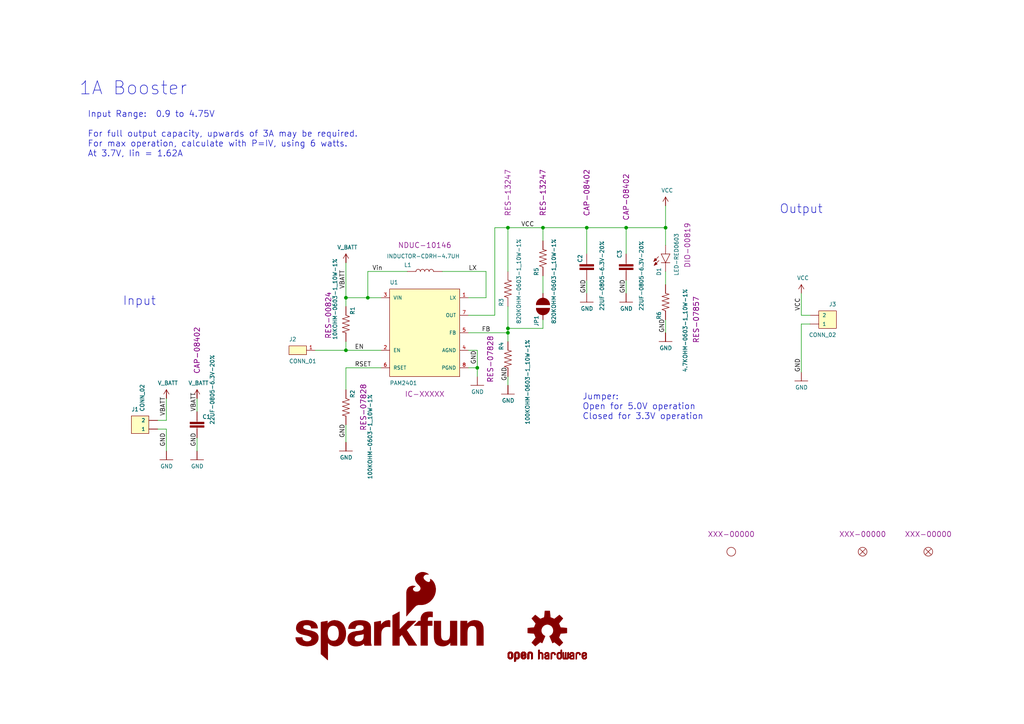
<source format=kicad_sch>
(kicad_sch (version 20230121) (generator eeschema)
  (paper "A4")
  (title_block (title "1A Booster") (date "2017-07-11") (rev "v01") (company "SparkFun Engineering") (comment 1 "Designed by: Marshall Taylor") (comment 2 "Released under the Creative Commons share-Alike 4.0"))
  (lib_symbols
    (symbol "100KOHM-0603-1_10W-1%_1" (pin_numbers hide) (pin_names (offset 1.016) hide)
      (property "Reference" "R" (at -5.08 1.27 0))
      (property "Value" "100KOHM-0603-1_10W-1%" (at -5.08 -3.81 0))
      (property "Field4" "RES-07828" (at 0 5.08 0))
      (symbol "100KOHM-0603-1_10W-1%_1_1_1"
        (pin passive line (at -5.08 0 0) (length 2.54) (name "1") (number "1"))
        (pin passive line (at 5.08 0 180) (length 2.54) (name "2") (number "2"))
      )
    )
    (symbol "100KOHM-0603-1_10W-1%_2" (pin_numbers hide) (pin_names (offset 1.016) hide)
      (property "Reference" "R" (at -5.08 1.27 0))
      (property "Value" "100KOHM-0603-1_10W-1%" (at -5.08 -3.81 0))
      (property "Field4" "RES-07828" (at 0 5.08 0))
      (symbol "100KOHM-0603-1_10W-1%_2_1_1"
        (pin passive line (at -5.08 0 0) (length 2.54) (name "1") (number "1"))
        (pin passive line (at 5.08 0 180) (length 2.54) (name "2") (number "2"))
      )
    )
    (symbol "100KOHM-0603-1_10W-1%_3" (pin_numbers hide) (pin_names (offset 1.016) hide)
      (property "Reference" "R" (at -5.08 1.27 0))
      (property "Value" "100KOHM-0603-1_10W-1%" (at -5.08 -3.81 0))
      (property "Field4" "RES-07828" (at 0 5.08 0))
      (symbol "100KOHM-0603-1_10W-1%_3_1_1"
        (pin passive line (at -5.08 0 0) (length 2.54) (name "1") (number "1"))
        (pin passive line (at 5.08 0 180) (length 2.54) (name "2") (number "2"))
      )
    )
    (symbol "100KOHM-0603-1_10W-1%_4" (pin_numbers hide) (pin_names (offset 1.016) hide)
      (property "Reference" "R" (at -5.08 1.27 0))
      (property "Value" "100KOHM-0603-1_10W-1%" (at -5.08 -3.81 0))
      (property "Field4" "RES-07828" (at 0 5.08 0))
      (symbol "100KOHM-0603-1_10W-1%_4_1_1"
        (pin passive line (at -5.08 0 0) (length 2.54) (name "1") (number "1"))
        (pin passive line (at 5.08 0 180) (length 2.54) (name "2") (number "2"))
      )
    )
    (symbol "10KOHM-0603-1_10W-1%_1" (pin_numbers hide) (pin_names (offset 1.016) hide)
      (property "Reference" "R" (at -5.08 1.27 0))
      (property "Value" "10KOHM-0603-1_10W-1%" (at -5.08 -3.81 0))
      (property "Field4" "RES-00824" (at 0 5.08 0))
      (symbol "10KOHM-0603-1_10W-1%_1_1_1"
        (pin passive line (at -5.08 0 0) (length 2.54) (name "1") (number "1"))
        (pin passive line (at 5.08 0 180) (length 2.54) (name "2") (number "2"))
      )
    )
    (symbol "10KOHM-0603-1_10W-1%_2" (pin_numbers hide) (pin_names (offset 1.016) hide)
      (property "Reference" "R" (at -5.08 1.27 0))
      (property "Value" "10KOHM-0603-1_10W-1%" (at -5.08 -3.81 0))
      (property "Field4" "RES-00824" (at 0 5.08 0))
      (symbol "10KOHM-0603-1_10W-1%_2_1_1"
        (pin passive line (at -5.08 0 0) (length 2.54) (name "1") (number "1"))
        (pin passive line (at 5.08 0 180) (length 2.54) (name "2") (number "2"))
      )
    )
    (symbol "22UF-0805-6.3V-20%_1" (pin_numbers hide) (pin_names (offset 1.016) hide)
      (property "Reference" "C" (at 1.524 2.921 0))
      (property "Value" "22UF-0805-6.3V-20%" (at 1.524 -2.159 0))
      (property "Field4" "CAP-08402" (at 0 7.62 0))
      (symbol "22UF-0805-6.3V-20%_1_1_1"
        (pin passive line (at 0 5.08 270) (length 2.54) (name "1") (number "1"))
        (pin passive line (at 0 -2.54 90) (length 2.54) (name "2") (number "2"))
      )
    )
    (symbol "22UF-0805-6.3V-20%_2" (pin_numbers hide) (pin_names (offset 1.016) hide)
      (property "Reference" "C" (at 1.524 2.921 0))
      (property "Value" "22UF-0805-6.3V-20%" (at 1.524 -2.159 0))
      (property "Field4" "CAP-08402" (at 0 7.62 0))
      (symbol "22UF-0805-6.3V-20%_2_1_1"
        (pin passive line (at 0 5.08 270) (length 2.54) (name "1") (number "1"))
        (pin passive line (at 0 -2.54 90) (length 2.54) (name "2") (number "2"))
      )
    )
    (symbol "22UF-0805-6.3V-20%_3" (pin_numbers hide) (pin_names (offset 1.016) hide)
      (property "Reference" "C" (at 1.524 2.921 0))
      (property "Value" "22UF-0805-6.3V-20%" (at 1.524 -2.159 0))
      (property "Field4" "CAP-08402" (at 0 7.62 0))
      (symbol "22UF-0805-6.3V-20%_3_1_1"
        (pin passive line (at 0 5.08 270) (length 2.54) (name "1") (number "1"))
        (pin passive line (at 0 -2.54 90) (length 2.54) (name "2") (number "2"))
      )
    )
    (symbol "22UF-0805-6.3V-20%_4" (pin_numbers hide) (pin_names (offset 1.016) hide)
      (property "Reference" "C" (at 1.524 2.921 0))
      (property "Value" "22UF-0805-6.3V-20%" (at 1.524 -2.159 0))
      (property "Field4" "CAP-08402" (at 0 7.62 0))
      (symbol "22UF-0805-6.3V-20%_4_1_1"
        (pin passive line (at 0 5.08 270) (length 2.54) (name "1") (number "1"))
        (pin passive line (at 0 -2.54 90) (length 2.54) (name "2") (number "2"))
      )
    )
    (symbol "22UF-0805-6.3V-20%_5" (pin_numbers hide) (pin_names (offset 1.016) hide)
      (property "Reference" "C" (at 1.524 2.921 0))
      (property "Value" "22UF-0805-6.3V-20%" (at 1.524 -2.159 0))
      (property "Field4" "CAP-08402" (at 0 7.62 0))
      (symbol "22UF-0805-6.3V-20%_5_1_1"
        (pin passive line (at 0 5.08 270) (length 2.54) (name "1") (number "1"))
        (pin passive line (at 0 -2.54 90) (length 2.54) (name "2") (number "2"))
      )
    )
    (symbol "22UF-0805-6.3V-20%_6" (pin_numbers hide) (pin_names (offset 1.016) hide)
      (property "Reference" "C" (at 1.524 2.921 0))
      (property "Value" "22UF-0805-6.3V-20%" (at 1.524 -2.159 0))
      (property "Field4" "CAP-08402" (at 0 7.62 0))
      (symbol "22UF-0805-6.3V-20%_6_1_1"
        (pin passive line (at 0 5.08 270) (length 2.54) (name "1") (number "1"))
        (pin passive line (at 0 -2.54 90) (length 2.54) (name "2") (number "2"))
      )
    )
    (symbol "4.7KOHM-0603-1_10W-1%_1" (pin_numbers hide) (pin_names (offset 1.016) hide)
      (property "Reference" "R" (at -5.08 1.27 0))
      (property "Value" "4.7KOHM-0603-1_10W-1%" (at -5.08 -3.81 0))
      (property "Field4" "RES-07857" (at 0 5.08 0))
      (symbol "4.7KOHM-0603-1_10W-1%_1_1_1"
        (pin passive line (at -5.08 0 0) (length 2.54) (name "1") (number "1"))
        (pin passive line (at 5.08 0 180) (length 2.54) (name "2") (number "2"))
      )
    )
    (symbol "4.7KOHM-0603-1_10W-1%_2" (pin_numbers hide) (pin_names (offset 1.016) hide)
      (property "Reference" "R" (at -5.08 1.27 0))
      (property "Value" "4.7KOHM-0603-1_10W-1%" (at -5.08 -3.81 0))
      (property "Field4" "RES-07857" (at 0 5.08 0))
      (symbol "4.7KOHM-0603-1_10W-1%_2_1_1"
        (pin passive line (at -5.08 0 0) (length 2.54) (name "1") (number "1"))
        (pin passive line (at 5.08 0 180) (length 2.54) (name "2") (number "2"))
      )
    )
    (symbol "820KOHM-0603-1_10W-1%_1" (pin_numbers hide) (pin_names (offset 1.016) hide)
      (property "Reference" "R" (at -5.08 1.27 0))
      (property "Value" "820KOHM-0603-1_10W-1%" (at -5.08 -3.81 0))
      (property "Field4" "RES-13247" (at 0 5.08 0))
      (symbol "820KOHM-0603-1_10W-1%_1_1_1"
        (pin passive line (at -5.08 0 0) (length 2.54) (name "1") (number "1"))
        (pin passive line (at 5.08 0 180) (length 2.54) (name "2") (number "2"))
      )
    )
    (symbol "820KOHM-0603-1_10W-1%_2" (pin_numbers hide) (pin_names (offset 1.016) hide)
      (property "Reference" "R" (at -5.08 1.27 0))
      (property "Value" "820KOHM-0603-1_10W-1%" (at -5.08 -3.81 0))
      (property "Field4" "RES-13247" (at 0 5.08 0))
      (symbol "820KOHM-0603-1_10W-1%_2_1_1"
        (pin passive line (at -5.08 0 0) (length 2.54) (name "1") (number "1"))
        (pin passive line (at 5.08 0 180) (length 2.54) (name "2") (number "2"))
      )
    )
    (symbol "820KOHM-0603-1_10W-1%_3" (pin_numbers hide) (pin_names (offset 1.016) hide)
      (property "Reference" "R" (at -5.08 1.27 0))
      (property "Value" "820KOHM-0603-1_10W-1%" (at -5.08 -3.81 0))
      (property "Field4" "RES-13247" (at 0 5.08 0))
      (symbol "820KOHM-0603-1_10W-1%_3_1_1"
        (pin passive line (at -5.08 0 0) (length 2.54) (name "1") (number "1"))
        (pin passive line (at 5.08 0 180) (length 2.54) (name "2") (number "2"))
      )
    )
    (symbol "820KOHM-0603-1_10W-1%_4" (pin_numbers hide) (pin_names (offset 1.016) hide)
      (property "Reference" "R" (at -5.08 1.27 0))
      (property "Value" "820KOHM-0603-1_10W-1%" (at -5.08 -3.81 0))
      (property "Field4" "RES-13247" (at 0 5.08 0))
      (symbol "820KOHM-0603-1_10W-1%_4_1_1"
        (pin passive line (at -5.08 0 0) (length 2.54) (name "1") (number "1"))
        (pin passive line (at 5.08 0 180) (length 2.54) (name "2") (number "2"))
      )
    )
    (symbol "CONN_01_1" (pin_names (offset 1.016) hide)
      (property "Reference" "J" (at -5.08 2.54 0))
      (property "Value" "CONN_01" (at -5.08 -3.81 0))
      (property "Field4" "XXX-00000" (at 0 6.35 0))
      (symbol "CONN_01_1_1_1"
        (pin passive line (at 2.54 0 180) (length 2.54) (name "1") (number "1"))
      )
    )
    (symbol "CONN_01_2" (pin_names (offset 1.016) hide)
      (property "Reference" "J" (at -5.08 2.54 0))
      (property "Value" "CONN_01" (at -5.08 -3.81 0))
      (property "Field4" "XXX-00000" (at 0 6.35 0))
      (symbol "CONN_01_2_1_1"
        (pin passive line (at 2.54 0 180) (length 2.54) (name "1") (number "1"))
      )
    )
    (symbol "CONN_02_1" (pin_numbers hide) (pin_names (offset 1.016))
      (property "Reference" "J" (at -5.08 5.08 0))
      (property "Value" "CONN_02" (at -5.08 -3.81 0))
      (property "Field4" "XXX-00000" (at 0 7.62 0))
      (symbol "CONN_02_1_1_1"
        (pin passive line (at 2.54 0 180) (length 2.54) (name "1") (number "1"))
        (pin passive line (at 2.54 2.54 180) (length 2.54) (name "2") (number "2"))
      )
    )
    (symbol "CONN_02_2" (pin_numbers hide) (pin_names (offset 1.016))
      (property "Reference" "J" (at -5.08 5.08 0))
      (property "Value" "CONN_02" (at -5.08 -3.81 0))
      (property "Field4" "XXX-00000" (at 0 7.62 0))
      (symbol "CONN_02_2_1_1"
        (pin passive line (at 2.54 0 180) (length 2.54) (name "1") (number "1"))
        (pin passive line (at 2.54 2.54 180) (length 2.54) (name "2") (number "2"))
      )
    )
    (symbol "CONN_02_3" (pin_numbers hide) (pin_names (offset 1.016))
      (property "Reference" "J" (at -5.08 5.08 0))
      (property "Value" "CONN_02" (at -5.08 -3.81 0))
      (property "Field4" "XXX-00000" (at 0 7.62 0))
      (symbol "CONN_02_3_1_1"
        (pin passive line (at 2.54 0 180) (length 2.54) (name "1") (number "1"))
        (pin passive line (at 2.54 2.54 180) (length 2.54) (name "2") (number "2"))
      )
    )
    (symbol "CONN_02_4" (pin_numbers hide) (pin_names (offset 1.016))
      (property "Reference" "J" (at -5.08 5.08 0))
      (property "Value" "CONN_02" (at -5.08 -3.81 0))
      (property "Field4" "XXX-00000" (at 0 7.62 0))
      (symbol "CONN_02_4_1_1"
        (pin passive line (at 2.54 0 180) (length 2.54) (name "1") (number "1"))
        (pin passive line (at 2.54 2.54 180) (length 2.54) (name "2") (number "2"))
      )
    )
    (symbol "FIDUCIAL1X2_1" (pin_numbers hide) (pin_names (offset 1.016) hide)
      (property "Field4" "XXX-00000" (at 0 5.08 0))
    )
    (symbol "FIDUCIAL1X2_2" (pin_numbers hide) (pin_names (offset 1.016) hide)
      (property "Field4" "XXX-00000" (at 0 5.08 0))
    )
    (symbol "FIDUCIAL1X2_3" (pin_numbers hide) (pin_names (offset 1.016) hide)
      (property "Field4" "XXX-00000" (at 0 5.08 0))
    )
    (symbol "FIDUCIAL1X2_4" (pin_numbers hide) (pin_names (offset 1.016) hide)
      (property "Field4" "XXX-00000" (at 0 5.08 0))
    )
    (symbol "INDUCTOR-CDRH-4.7UH_1" (pin_numbers hide) (pin_names (offset 1.016) hide)
      (property "Reference" "L" (at 1.27 3.81 0))
      (property "Value" "INDUCTOR-CDRH-4.7UH" (at 1.27 -5.08 0))
      (property "Field4" "NDUC-10146" (at 0 7.62 0))
      (symbol "INDUCTOR-CDRH-4.7UH_1_1_1"
        (pin passive line (at 0 5.08 270) (length 2.54) (name "1") (number "P$1"))
        (pin passive line (at 0 -5.08 90) (length 2.54) (name "2") (number "P$2"))
      )
    )
    (symbol "INDUCTOR-CDRH-4.7UH_2" (pin_numbers hide) (pin_names (offset 1.016) hide)
      (property "Reference" "L" (at 1.27 3.81 0))
      (property "Value" "INDUCTOR-CDRH-4.7UH" (at 1.27 -5.08 0))
      (property "Field4" "NDUC-10146" (at 0 7.62 0))
      (symbol "INDUCTOR-CDRH-4.7UH_2_1_1"
        (pin passive line (at 0 5.08 270) (length 2.54) (name "1") (number "P$1"))
        (pin passive line (at 0 -5.08 90) (length 2.54) (name "2") (number "P$2"))
      )
    )
    (symbol "LED-RED0603_1" (pin_numbers hide) (pin_names (offset 1.016) hide)
      (property "Reference" "D" (at -1.27 -6.35 90))
      (property "Value" "LED-RED0603" (at 3.81 -6.35 90))
      (property "Field4" "DIO-00819" (at -6.35 0 90))
      (symbol "LED-RED0603_1_1_1"
        (pin passive line (at 0 2.54 270) (length 2.54) (name "A") (number "A"))
        (pin passive line (at 0 -5.08 90) (length 2.54) (name "C") (number "C"))
      )
    )
    (symbol "LED-RED0603_2" (pin_numbers hide) (pin_names (offset 1.016) hide)
      (property "Reference" "D" (at -1.27 -6.35 90))
      (property "Value" "LED-RED0603" (at 3.81 -6.35 90))
      (property "Field4" "DIO-00819" (at -6.35 0 90))
      (symbol "LED-RED0603_2_1_1"
        (pin passive line (at 0 2.54 270) (length 2.54) (name "A") (number "A"))
        (pin passive line (at 0 -5.08 90) (length 2.54) (name "C") (number "C"))
      )
    )
    (symbol "OSHW-LOGOS_1" (pin_numbers hide) (pin_names (offset 1.016) hide)
      (property "Field4" "XXX-00000" (at 0 8.89 0))
    )
    (symbol "OSHW-LOGOS_2" (pin_numbers hide) (pin_names (offset 1.016) hide)
      (property "Field4" "XXX-00000" (at 0 8.89 0))
    )
    (symbol "PAM2401_1" (pin_names (offset 1.016))
      (property "Reference" "U" (at -10.16 13.97 0))
      (property "Value" "PAM2401" (at -10.16 -15.24 0))
      (property "Field4" "IC-XXXXX" (at 0 16.51 0))
      (symbol "PAM2401_1_1_1"
        (pin bidirectional line (at 12.7 10.16 180) (length 2.54) (name "LX") (number "1"))
        (pin bidirectional line (at -12.7 -5.08 0) (length 2.54) (name "EN") (number "2"))
        (pin bidirectional line (at -12.7 10.16 0) (length 2.54) (name "VIN") (number "3"))
        (pin bidirectional line (at 12.7 -5.08 180) (length 2.54) (name "AGND") (number "4"))
        (pin bidirectional line (at 12.7 0 180) (length 2.54) (name "FB") (number "5"))
        (pin bidirectional line (at -12.7 -10.16 0) (length 2.54) (name "RSET") (number "6"))
        (pin bidirectional line (at 12.7 5.08 180) (length 2.54) (name "OUT") (number "7"))
        (pin bidirectional line (at 12.7 -10.16 180) (length 2.54) (name "PGND") (number "8"))
      )
    )
    (symbol "PAM2401_2" (pin_names (offset 1.016))
      (property "Reference" "U" (at -10.16 13.97 0))
      (property "Value" "PAM2401" (at -10.16 -15.24 0))
      (property "Field4" "IC-XXXXX" (at 0 16.51 0))
      (symbol "PAM2401_2_1_1"
        (pin bidirectional line (at 12.7 10.16 180) (length 2.54) (name "LX") (number "1"))
        (pin bidirectional line (at -12.7 -5.08 0) (length 2.54) (name "EN") (number "2"))
        (pin bidirectional line (at -12.7 10.16 0) (length 2.54) (name "VIN") (number "3"))
        (pin bidirectional line (at 12.7 -5.08 180) (length 2.54) (name "AGND") (number "4"))
        (pin bidirectional line (at 12.7 0 180) (length 2.54) (name "FB") (number "5"))
        (pin bidirectional line (at -12.7 -10.16 0) (length 2.54) (name "RSET") (number "6"))
        (pin bidirectional line (at 12.7 5.08 180) (length 2.54) (name "OUT") (number "7"))
        (pin bidirectional line (at 12.7 -10.16 180) (length 2.54) (name "PGND") (number "8"))
      )
    )
    (symbol "SFE_LOGO_NAME_FLAME.1_INCH_1" (pin_numbers hide) (pin_names (offset 1.016) hide)
      (property "Field4" "XXX-00000" (at 7.62 13.97 0))
    )
    (symbol "SFE_LOGO_NAME_FLAME.1_INCH_2" (pin_numbers hide) (pin_names (offset 1.016) hide)
      (property "Field4" "XXX-00000" (at 7.62 13.97 0))
    )
    (symbol "STAND-OFF_1" (pin_numbers hide) (pin_names (offset 1.016) hide)
      (property "Field4" "XXX-00000" (at 0 5.08 0))
    )
    (symbol "STAND-OFF_2" (pin_numbers hide) (pin_names (offset 1.016) hide)
      (property "Field4" "XXX-00000" (at 0 5.08 0))
    )
    (symbol "boostboard1-rescue:GND" (power) (pin_numbers hide) (pin_names (offset 1.016) hide)
      (property "Value" "GND" (at -1.778 -2.54 0))
      (symbol "GND_1_1"
        (pin power_in line (at 0 2.54 270) (length 2.54) (name "GND") (number "~"))
      )
    )
    (symbol "boostboard1-rescue:JUMPER-SMT_2_NO" (pin_numbers hide) (pin_names (offset 1.016) hide)
      (property "Reference" "JP" (at -2.54 2.54 0))
      (property "Value" "JUMPER-SMT_2_NO" (at -2.54 -3.81 0))
      (property "PROD_ID" "XXX-00000" (at 0 6.35 0))
      (symbol "JUMPER-SMT_2_NO_1_1"
        (pin passive line (at -3.81 0 0) (length 2.54) (name "1") (number "1"))
        (pin passive line (at 3.81 0 180) (length 2.54) (name "2") (number "2"))
      )
    )
    (symbol "boostboard1-rescue:VCC" (power) (pin_numbers hide) (pin_names (offset 1.016) hide)
      (property "Value" "VCC" (at -1.27 3.81 0))
      (property "Footprint" "XXX-00000" (at 0 7.62 0))
      (symbol "VCC_1_1"
        (pin power_in line (at 0 0 90) (length 2.54) (name "VCC") (number "~"))
      )
    )
    (symbol "boostboard1-rescue:V_BATT" (power) (pin_numbers hide) (pin_names (offset 1.016) hide)
      (property "Value" "V_BATT" (at -2.54 3.81 0))
      (property "Footprint" "XXX-00000" (at 0 7.62 0))
      (symbol "V_BATT_1_1"
        (pin power_in line (at 0 0 90) (length 2.54) (name "V_BATT") (number "~"))
      )
    )
  )
  (junction (at 170.18 66.04))
  (junction (at 100.33 86.36))
  (junction (at 157.48 66.04))
  (junction (at 193.04 66.04))
  (junction (at 147.32 95.25))
  (junction (at 100.33 101.6))
  (junction (at 181.61 66.04))
  (junction (at 147.32 96.52))
  (junction (at 138.43 106.68))
  (junction (at 106.68 86.36))
  (junction (at 147.32 66.04))
  (wire (pts (xy 181.61 66.04) (xy 181.61 73.66)))
  (wire (pts (xy 128.27 78.74) (xy 140.97 78.74)))
  (wire (pts (xy 181.61 85.09) (xy 181.61 81.28)))
  (wire (pts (xy 170.18 85.09) (xy 170.18 81.28)))
  (wire (pts (xy 147.32 88.9) (xy 147.32 95.25)))
  (wire (pts (xy 234.95 93.98) (xy 232.41 93.98)))
  (wire (pts (xy 143.51 66.04) (xy 147.32 66.04)))
  (wire (pts (xy 100.33 86.36) (xy 100.33 88.9)))
  (wire (pts (xy 135.89 91.44) (xy 143.51 91.44)))
  (wire (pts (xy 170.18 66.04) (xy 181.61 66.04)))
  (wire (pts (xy 193.04 59.69) (xy 193.04 66.04)))
  (wire (pts (xy 135.89 106.68) (xy 138.43 106.68)))
  (wire (pts (xy 57.15 127) (xy 57.15 130.81)))
  (wire (pts (xy 147.32 96.52) (xy 135.89 96.52)))
  (wire (pts (xy 157.48 85.09) (xy 157.48 80.01)))
  (wire (pts (xy 138.43 106.68) (xy 138.43 109.22)))
  (wire (pts (xy 232.41 93.98) (xy 232.41 107.95)))
  (wire (pts (xy 193.04 82.55) (xy 193.04 78.74)))
  (wire (pts (xy 100.33 128.27) (xy 100.33 123.19)))
  (wire (pts (xy 232.41 91.44) (xy 234.95 91.44)))
  (wire (pts (xy 147.32 78.74) (xy 147.32 66.04)))
  (wire (pts (xy 147.32 96.52) (xy 147.32 99.06)))
  (wire (pts (xy 48.26 124.46) (xy 48.26 130.81)))
  (wire (pts (xy 110.49 106.68) (xy 100.33 106.68)))
  (wire (pts (xy 118.11 78.74) (xy 106.68 78.74)))
  (wire (pts (xy 232.41 85.09) (xy 232.41 91.44)))
  (wire (pts (xy 48.26 121.92) (xy 48.26 115.57)))
  (wire (pts (xy 193.04 66.04) (xy 193.04 71.12)))
  (wire (pts (xy 106.68 78.74) (xy 106.68 86.36)))
  (wire (pts (xy 106.68 86.36) (xy 110.49 86.36)))
  (wire (pts (xy 57.15 115.57) (xy 57.15 119.38)))
  (wire (pts (xy 100.33 101.6) (xy 110.49 101.6)))
  (wire (pts (xy 157.48 95.25) (xy 157.48 92.71)))
  (wire (pts (xy 140.97 78.74) (xy 140.97 86.36)))
  (wire (pts (xy 147.32 111.76) (xy 147.32 109.22)))
  (wire (pts (xy 140.97 86.36) (xy 135.89 86.36)))
  (wire (pts (xy 143.51 91.44) (xy 143.51 66.04)))
  (wire (pts (xy 157.48 66.04) (xy 170.18 66.04)))
  (wire (pts (xy 91.44 101.6) (xy 100.33 101.6)))
  (wire (pts (xy 170.18 66.04) (xy 170.18 73.66)))
  (wire (pts (xy 100.33 101.6) (xy 100.33 99.06)))
  (wire (pts (xy 138.43 101.6) (xy 138.43 106.68)))
  (wire (pts (xy 100.33 106.68) (xy 100.33 113.03)))
  (wire (pts (xy 45.72 124.46) (xy 48.26 124.46)))
  (wire (pts (xy 193.04 96.52) (xy 193.04 92.71)))
  (wire (pts (xy 147.32 66.04) (xy 157.48 66.04)))
  (wire (pts (xy 135.89 101.6) (xy 138.43 101.6)))
  (wire (pts (xy 147.32 95.25) (xy 157.48 95.25)))
  (wire (pts (xy 45.72 121.92) (xy 48.26 121.92)))
  (wire (pts (xy 147.32 95.25) (xy 147.32 96.52)))
  (wire (pts (xy 181.61 66.04) (xy 193.04 66.04)))
  (wire (pts (xy 100.33 76.2) (xy 100.33 86.36)))
  (wire (pts (xy 100.33 86.36) (xy 106.68 86.36)))
  (wire (pts (xy 157.48 69.85) (xy 157.48 66.04)))
  (text "Jumper:\nOpen for 5.0V operation\nClosed for 3.3V operation" (at 168.91 121.92 0) (effects (font (size 1.778 1.778)) (justify left bottom)))
  (text "Input Range:  0.9 to 4.75V\n\nFor full output capacity, upwards of 3A may be required.\nFor max operation, calculate with P=IV, using 6 watts.\nAt 3.7V, Iin = 1.62A" (at 25.4 45.72 0) (effects (font (size 1.778 1.778)) (justify left bottom)))
  (text "Input" (at 35.56 88.9 0) (effects (font (size 2.54 2.54)) (justify left bottom)))
  (text "Output" (at 226.06 62.23 0) (effects (font (size 2.54 2.54)) (justify left bottom)))
  (text "1A Booster" (at 22.86 27.94 0) (effects (font (size 3.81 3.81)) (justify left bottom)))
  (label "EN" (at 102.87 101.6 0))
  (label "VBATT" (at 100.33 83.82 90))
  (label "GND" (at 57.15 129.54 90))
  (label "Vin" (at 107.95 78.74 0))
  (label "VBATT" (at 48.26 120.65 90))
  (label "GND" (at 181.61 85.09 90))
  (label "GND" (at 100.33 127 90))
  (label "LX" (at 135.89 78.74 0))
  (label "FB" (at 139.7 96.52 0))
  (label "GND" (at 170.18 85.09 90))
  (label "GND" (at 48.26 129.54 90))
  (label "VBATT" (at 57.15 119.38 90))
  (label "GND" (at 138.43 101.6 270))
  (label "GND" (at 193.04 96.52 90))
  (label "VCC" (at 151.13 66.04 0))
  (label "RSET" (at 102.87 106.68 0))
  (label "GND" (at 147.32 110.49 90))
  (label "GND" (at 232.41 107.95 90))
  (label "VCC" (at 232.41 90.17 90))
  (symbol (lib_name "CONN_02_3") (lib_id "boostboard1-rescue:CONN_02") (at 43.18 124.46 0) (unit 1)
    (property "Reference" "J1" (at 38.1 119.38 0) (effects (font (size 1.143 1.143)) (justify left bottom)))
    (property "Value" "CONN_02" (at 41.91 119.38 90) (effects (font (size 1.143 1.143)) (justify left bottom)))
    (property "Footprint" "Connectors:1X02" (effects hide))
    (property "Field4" "XXX-00000" (effects hide))
  )
  (symbol (lib_name "CONN_02_4") (lib_id "boostboard1-rescue:CONN_02") (at 237.49 93.98 0) (mirror y) (unit 1)
    (property "Reference" "J3" (at 242.57 88.9 0) (effects (font (size 1.143 1.143)) (justify left bottom)))
    (property "Value" "CONN_02" (at 242.57 97.79 0) (effects (font (size 1.143 1.143)) (justify left bottom)))
    (property "Footprint" "Connectors:1X02" (effects hide))
    (property "Field4" "XXX-00000" (effects hide))
  )
  (symbol (lib_name "PAM2401_2") (lib_id "boostboard1-rescue:PAM2401") (at 123.19 96.52 0) (unit 1)
    (property "Reference" "U1" (at 113.03 82.55 0) (effects (font (size 1.143 1.143)) (justify left bottom)))
    (property "Value" "PAM2401" (at 113.03 111.76 0) (effects (font (size 1.143 1.143)) (justify left bottom)))
    (property "Footprint" "Silicon-Standard:MSOP8" (effects hide))
    (property "Field4" "IC-XXXXX" (at 123.19 114.3 0) (effects (font (size 1.524 1.524))))
  )
  (symbol (lib_name "100KOHM-0603-1_10W-1%_3") (lib_id "boostboard1-rescue:100KOHM-0603-1_10W-1%") (at 100.33 118.11 270) (unit 1)
    (property "Reference" "R2" (at 101.6 113.03 0) (effects (font (size 1.143 1.143)) (justify left bottom)))
    (property "Value" "100KOHM-0603-1_10W-1%" (at 106.68 114.3 0) (effects (font (size 1.143 1.143)) (justify left bottom)))
    (property "Footprint" "Resistors:0603" (effects hide))
    (property "Field4" "RES-07828" (at 105.41 118.11 0) (effects (font (size 1.524 1.524))))
  )
  (symbol (lib_name "100KOHM-0603-1_10W-1%_4") (lib_id "boostboard1-rescue:100KOHM-0603-1_10W-1%") (at 147.32 104.14 90) (unit 1)
    (property "Reference" "R4" (at 146.05 101.6 0) (effects (font (size 1.143 1.143)) (justify left bottom)))
    (property "Value" "100KOHM-0603-1_10W-1%" (at 153.67 123.19 0) (effects (font (size 1.143 1.143)) (justify left bottom)))
    (property "Footprint" "Resistors:0603" (effects hide))
    (property "Field4" "RES-07828" (at 142.24 104.14 0) (effects (font (size 1.524 1.524))))
  )
  (symbol (lib_name "820KOHM-0603-1_10W-1%_3") (lib_id "boostboard1-rescue:820KOHM-0603-1_10W-1%") (at 147.32 83.82 90) (unit 1)
    (property "Reference" "R3" (at 146.05 88.9 0) (effects (font (size 1.143 1.143)) (justify left bottom)))
    (property "Value" "820KOHM-0603-1_10W-1%" (at 151.13 93.98 0) (effects (font (size 1.143 1.143)) (justify left bottom)))
    (property "Footprint" "Resistors:0603" (effects hide))
    (property "Field4" "RES-13247" (at 147.32 55.88 0) (effects (font (size 1.524 1.524))))
  )
  (symbol (lib_name "INDUCTOR-CDRH-4.7UH_2") (lib_id "boostboard1-rescue:INDUCTOR-CDRH-4.7UH") (at 123.19 78.74 90) (unit 1)
    (property "Reference" "L1" (at 119.38 76.2 90) (effects (font (size 1.143 1.143)) (justify left bottom)))
    (property "Value" "INDUCTOR-CDRH-4.7UH" (at 133.35 73.66 90) (effects (font (size 1.143 1.143)) (justify left bottom)))
    (property "Footprint" "Coils:INDUCTOR_2.2UH" (effects hide))
    (property "Field4" "NDUC-10146" (at 123.19 71.12 90) (effects (font (size 1.524 1.524))))
  )
  (symbol (lib_name "22UF-0805-6.3V-20%_4") (lib_id "boostboard1-rescue:22UF-0805-6.3V-20%") (at 57.15 124.46 0) (unit 1)
    (property "Reference" "C1" (at 58.674 121.539 0) (effects (font (size 1.143 1.143)) (justify left bottom)))
    (property "Value" "22UF-0805-6.3V-20%" (at 62.23 123.19 90) (effects (font (size 1.143 1.143)) (justify left bottom)))
    (property "Footprint" "Capacitors:0805" (effects hide))
    (property "Field4" "CAP-08402" (at 57.15 101.6 90) (effects (font (size 1.524 1.524))))
  )
  (symbol (lib_name "22UF-0805-6.3V-20%_5") (lib_id "boostboard1-rescue:22UF-0805-6.3V-20%") (at 170.18 78.74 0) (unit 1)
    (property "Reference" "C2" (at 168.91 76.2 90) (effects (font (size 1.143 1.143)) (justify left bottom)))
    (property "Value" "22UF-0805-6.3V-20%" (at 175.26 90.17 90) (effects (font (size 1.143 1.143)) (justify left bottom)))
    (property "Footprint" "Capacitors:0805" (effects hide))
    (property "Field4" "CAP-08402" (at 170.18 55.88 90) (effects (font (size 1.524 1.524))))
  )
  (symbol (lib_name "22UF-0805-6.3V-20%_6") (lib_id "boostboard1-rescue:22UF-0805-6.3V-20%") (at 181.61 78.74 0) (unit 1)
    (property "Reference" "C3" (at 180.34 74.93 90) (effects (font (size 1.143 1.143)) (justify left bottom)))
    (property "Value" "22UF-0805-6.3V-20%" (at 186.69 90.17 90) (effects (font (size 1.143 1.143)) (justify left bottom)))
    (property "Footprint" "Capacitors:0805" (effects hide))
    (property "Field4" "CAP-08402" (at 181.61 57.15 90) (effects (font (size 1.524 1.524))))
  )
  (symbol (lib_name "LED-RED0603_2") (lib_id "boostboard1-rescue:LED-RED0603") (at 193.04 73.66 0) (unit 1)
    (property "Reference" "D1" (at 191.77 80.01 90) (effects (font (size 1.143 1.143)) (justify left bottom)))
    (property "Value" "LED-RED0603" (at 196.85 80.01 90) (effects (font (size 1.143 1.143)) (justify left bottom)))
    (property "Footprint" "LED:LED-0603" (effects hide))
    (property "Field4" "DIO-00819" (at 199.39 71.12 90) (effects (font (size 1.524 1.524))))
  )
  (symbol (lib_name "4.7KOHM-0603-1_10W-1%_2") (lib_id "boostboard1-rescue:4.7KOHM-0603-1_10W-1%") (at 193.04 87.63 90) (unit 1)
    (property "Reference" "R6" (at 191.77 92.71 0) (effects (font (size 1.143 1.143)) (justify left bottom)))
    (property "Value" "4.7KOHM-0603-1_10W-1%" (at 199.39 107.95 0) (effects (font (size 1.143 1.143)) (justify left bottom)))
    (property "Footprint" "Resistors:0603" (effects hide))
    (property "Field4" "RES-07857" (at 201.93 92.71 0) (effects (font (size 1.524 1.524))))
  )
  (symbol (lib_name "CONN_01_2") (lib_id "boostboard1-rescue:CONN_01") (at 88.9 101.6 0) (unit 1)
    (property "Reference" "J2" (at 83.82 99.06 0) (effects (font (size 1.143 1.143)) (justify left bottom)))
    (property "Value" "CONN_01" (at 83.82 105.41 0) (effects (font (size 1.143 1.143)) (justify left bottom)))
    (property "Footprint" "Connectors:1X01" (effects hide))
    (property "Field4" "XXX-00000" (effects hide))
  )
  (symbol (lib_id "boostboard1-rescue:VCC") (at 193.04 59.69 0) (unit 1)
    (property "Reference" "#SUPPLY01" (effects hide))
    (property "Value" "VCC" (at 191.77 55.88 0) (effects (font (size 1.143 1.143)) (justify left bottom)))
    (property "Footprint" "XXX-00000" (effects hide))
  )
  (symbol (lib_id "boostboard1-rescue:V_BATT") (at 100.33 76.2 0) (unit 1)
    (property "Reference" "#SUPPLY02" (effects hide))
    (property "Value" "V_BATT" (at 97.79 72.39 0) (effects (font (size 1.143 1.143)) (justify left bottom)))
    (property "Footprint" "XXX-00000" (effects hide))
  )
  (symbol (lib_id "boostboard1-rescue:GND") (at 100.33 130.81 0) (unit 1)
    (property "Reference" "#GND03" (effects hide))
    (property "Value" "GND" (at 98.552 133.35 0) (effects (font (size 1.143 1.143)) (justify left bottom)))
  )
  (symbol (lib_name "10KOHM-0603-1_10W-1%_2") (lib_id "boostboard1-rescue:10KOHM-0603-1_10W-1%") (at 100.33 93.98 270) (unit 1)
    (property "Reference" "R1" (at 101.6 88.9 0) (effects (font (size 1.143 1.143)) (justify left bottom)))
    (property "Value" "10KOHM-0603-1_10W-1%" (at 96.52 74.93 0) (effects (font (size 1.143 1.143)) (justify left bottom)))
    (property "Footprint" "Resistors:0603" (effects hide))
    (property "Field4" "RES-00824" (at 95.25 91.44 0) (effects (font (size 1.524 1.524))))
  )
  (symbol (lib_id "boostboard1-rescue:GND") (at 57.15 133.35 0) (unit 1)
    (property "Reference" "#GND04" (effects hide))
    (property "Value" "GND" (at 55.372 135.89 0) (effects (font (size 1.143 1.143)) (justify left bottom)))
  )
  (symbol (lib_id "boostboard1-rescue:V_BATT") (at 57.15 115.57 0) (unit 1)
    (property "Reference" "#SUPPLY05" (effects hide))
    (property "Value" "V_BATT" (at 54.61 111.76 0) (effects (font (size 1.143 1.143)) (justify left bottom)))
    (property "Footprint" "XXX-00000" (effects hide))
  )
  (symbol (lib_id "boostboard1-rescue:V_BATT") (at 48.26 115.57 0) (unit 1)
    (property "Reference" "#SUPPLY06" (effects hide))
    (property "Value" "V_BATT" (at 45.72 111.76 0) (effects (font (size 1.143 1.143)) (justify left bottom)))
    (property "Footprint" "XXX-00000" (effects hide))
  )
  (symbol (lib_id "boostboard1-rescue:GND") (at 48.26 133.35 0) (unit 1)
    (property "Reference" "#GND07" (effects hide))
    (property "Value" "GND" (at 46.482 135.89 0) (effects (font (size 1.143 1.143)) (justify left bottom)))
  )
  (symbol (lib_id "boostboard1-rescue:GND") (at 170.18 87.63 0) (unit 1)
    (property "Reference" "#GND08" (effects hide))
    (property "Value" "GND" (at 168.402 90.17 0) (effects (font (size 1.143 1.143)) (justify left bottom)))
  )
  (symbol (lib_id "boostboard1-rescue:GND") (at 181.61 87.63 0) (unit 1)
    (property "Reference" "#GND09" (effects hide))
    (property "Value" "GND" (at 179.832 90.17 0) (effects (font (size 1.143 1.143)) (justify left bottom)))
  )
  (symbol (lib_id "boostboard1-rescue:GND") (at 193.04 99.06 0) (unit 1)
    (property "Reference" "#GND010" (effects hide))
    (property "Value" "GND" (at 191.262 101.6 0) (effects (font (size 1.143 1.143)) (justify left bottom)))
  )
  (symbol (lib_id "boostboard1-rescue:VCC") (at 232.41 85.09 0) (unit 1)
    (property "Reference" "#SUPPLY011" (effects hide))
    (property "Value" "VCC" (at 231.14 81.28 0) (effects (font (size 1.143 1.143)) (justify left bottom)))
    (property "Footprint" "XXX-00000" (effects hide))
  )
  (symbol (lib_id "boostboard1-rescue:GND") (at 232.41 110.49 0) (unit 1)
    (property "Reference" "#GND012" (effects hide))
    (property "Value" "GND" (at 230.632 113.03 0) (effects (font (size 1.143 1.143)) (justify left bottom)))
  )
  (symbol (lib_id "boostboard1-rescue:GND") (at 138.43 111.76 0) (unit 1)
    (property "Reference" "#GND013" (effects hide))
    (property "Value" "GND" (at 136.652 114.3 0) (effects (font (size 1.143 1.143)) (justify left bottom)))
  )
  (symbol (lib_id "boostboard1-rescue:GND") (at 147.32 114.3 0) (unit 1)
    (property "Reference" "#GND014" (effects hide))
    (property "Value" "GND" (at 145.542 116.84 0) (effects (font (size 1.143 1.143)) (justify left bottom)))
  )
  (symbol (lib_name "820KOHM-0603-1_10W-1%_4") (lib_id "boostboard1-rescue:820KOHM-0603-1_10W-1%") (at 157.48 74.93 90) (unit 1)
    (property "Reference" "R5" (at 156.21 80.01 0) (effects (font (size 1.143 1.143)) (justify left bottom)))
    (property "Value" "820KOHM-0603-1_10W-1%" (at 161.29 93.98 0) (effects (font (size 1.143 1.143)) (justify left bottom)))
    (property "Footprint" "Resistors:0603" (effects hide))
    (property "Field4" "RES-13247" (at 157.48 55.88 0) (effects (font (size 1.524 1.524))))
  )
  (symbol (lib_id "boostboard1-rescue:JUMPER-SMT_2_NO") (at 157.48 88.9 270) (unit 1)
    (property "Reference" "JP1" (at 154.94 91.44 0) (effects (font (size 1.143 1.143)) (justify left bottom)))
    (property "Value" "JUMPER-SMT_2_NO" (effects hide))
    (property "Footprint" "Jumpers:SMT-JUMPER_2_NO_SILK" (effects hide))
    (property "PROD_ID" "XXX-00000" (effects hide))
  )
  (symbol (lib_name "STAND-OFF_2") (lib_id "boostboard1-rescue:STAND-OFF") (at 212.09 160.02 0) (unit 1)
    (property "Reference" "H1" (effects hide))
    (property "Value" "STAND-OFF" (effects hide))
    (property "Footprint" "Hardware:STAND-OFF" (effects hide))
    (property "Field4" "XXX-00000" (at 212.09 154.94 0) (effects (font (size 1.524 1.524))))
  )
  (symbol (lib_name "FIDUCIAL1X2_3") (lib_id "boostboard1-rescue:FIDUCIAL1X2") (at 250.19 160.02 0) (unit 1)
    (property "Reference" "FD1" (effects hide))
    (property "Value" "FIDUCIAL1X2" (effects hide))
    (property "Footprint" "Aesthetics:FIDUCIAL-1X2" (effects hide))
    (property "Field4" "XXX-00000" (at 250.19 154.94 0) (effects (font (size 1.524 1.524))))
  )
  (symbol (lib_name "FIDUCIAL1X2_4") (lib_id "boostboard1-rescue:FIDUCIAL1X2") (at 269.24 160.02 0) (unit 1)
    (property "Reference" "FD2" (effects hide))
    (property "Value" "FIDUCIAL1X2" (effects hide))
    (property "Footprint" "Aesthetics:FIDUCIAL-1X2" (effects hide))
    (property "Field4" "XXX-00000" (at 269.24 154.94 0) (effects (font (size 1.524 1.524))))
  )
  (symbol (lib_name "OSHW-LOGOS_2") (lib_id "boostboard1-rescue:OSHW-LOGOS") (at 158.75 182.88 0) (unit 1)
    (property "Reference" "LOGO2" (effects hide))
    (property "Value" "OSHW-LOGOS" (effects hide))
    (property "Footprint" "Aesthetics:OSHW-LOGO-S" (effects hide))
    (property "Field4" "XXX-00000" (effects hide))
  )
  (symbol (lib_name "SFE_LOGO_NAME_FLAME.1_INCH_2") (lib_id "boostboard1-rescue:SFE_LOGO_NAME_FLAME.1_INCH") (at 85.09 191.77 0) (unit 1)
    (property "Reference" "LOGO1" (effects hide))
    (property "Value" "SFE_LOGO_NAME_FLAME.1_INCH" (effects hide))
    (property "Footprint" "Aesthetics:SFE_LOGO_NAME_FLAME_.1" (effects hide))
    (property "Field4" "XXX-00000" (effects hide))
  )
)
</source>
